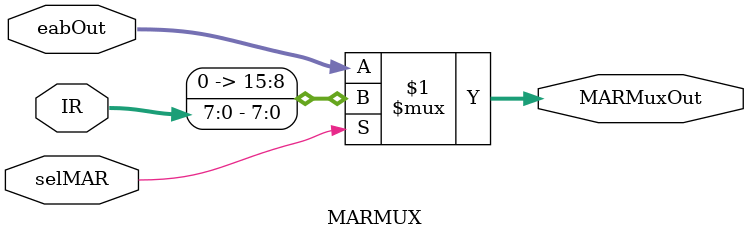
<source format=v>
module MARMUX(MARMuxOut, selMAR, IR, eabOut);
	output[15:0] MARMuxOut;
	input selMAR;
	input[7:0] IR;
	input[15:0] eabOut;
	
	// If 1, a zero-extended IR. If 0, eabOut.
	assign MARMuxOut = selMAR ? {8'h00, IR[7:0]} : eabOut;
	
endmodule


</source>
